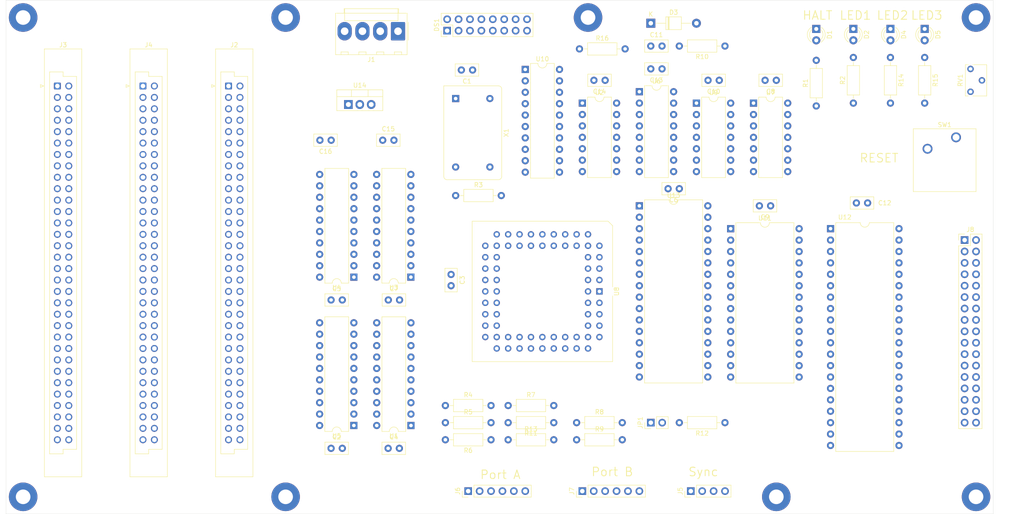
<source format=kicad_pcb>
(kicad_pcb (version 20240108) (generator "pcbnew") (generator_version "8.0")
  (layers (0 "F.Cu" signal) (1 "In1.Cu" signal) (2 "In2.Cu" signal) (31 "B.Cu" signal) (34 "B.Paste" user) (35 "F.Paste" user) (36 "B.SilkS" user "B.Silkscreen") (37 "F.SilkS" user "F.Silkscreen") (38 "B.Mask" user) (39 "F.Mask" user) (44 "Edge.Cuts" user))
  (net 0 "")
  (net 1 "VCC")
  (net 2 "GND")
  (net 3 "Net-(D3-A)")
  (net 4 "Net-(D1-A)")
  (net 5 "Net-(D1-K)")
  (net 6 "Net-(D2-A)")
  (net 7 "Net-(D2-K)")
  (net 8 "Net-(DS1-DB5)")
  (net 9 "Net-(DS1-DB6)")
  (net 10 "Net-(DS1-VO)")
  (net 11 "/RS")
  (net 12 "/EN")
  (net 13 "Net-(DS1-DB4)")
  (net 14 "Net-(DS1-K)")
  (net 15 "Net-(DS1-DB7)")
  (net 18 "Net-(J5-Pin_3)")
  (net 21 "Net-(J6-Pin_2)")
  (net 22 "Net-(J6-Pin_4)")
  (net 29 "/CLK")
  (net 30 "/nRAM")
  (net 31 "/BM1")
  (net 33 "/nM1")
  (net 34 "/nXMEM")
  (net 36 "/BCLK")
  (net 37 "/nDBUF")
  (net 38 "Net-(J5-Pin_1)")
  (net 39 "/A16")
  (net 40 "/A19")
  (net 41 "/BA18")
  (net 42 "/A18")
  (net 43 "/nIORQ")
  (net 44 "/BA17")
  (net 45 "/BA19")
  (net 46 "/BA16")
  (net 47 "Net-(J5-Pin_2)")
  (net 48 "/BWR")
  (net 49 "/nMREQ")
  (net 50 "/nWR")
  (net 51 "/BRD")
  (net 52 "/A17")
  (net 53 "/BIORQ")
  (net 54 "Net-(J7-Pin_5)")
  (net 55 "/BMREQ")
  (net 56 "/nRD")
  (net 57 "/A8")
  (net 58 "/A10")
  (net 59 "/BA15")
  (net 60 "/BA8")
  (net 61 "/A9")
  (net 62 "/A14")
  (net 63 "/A12")
  (net 64 "/BA13")
  (net 65 "/BA11")
  (net 66 "/A11")
  (net 67 "/BA12")
  (net 68 "/A13")
  (net 69 "/A15")
  (net 70 "/BA10")
  (net 71 "/BA9")
  (net 72 "/BA14")
  (net 73 "/BA6")
  (net 74 "/A1")
  (net 75 "/A0")
  (net 76 "/A3")
  (net 77 "/BA0")
  (net 78 "/BA3")
  (net 79 "/A7")
  (net 80 "/BA5")
  (net 81 "/BA2")
  (net 82 "/A6")
  (net 83 "/BA7")
  (net 84 "/BA4")
  (net 85 "/A4")
  (net 86 "/BA1")
  (net 87 "/A5")
  (net 88 "/A2")
  (net 89 "/BD2")
  (net 90 "/D3")
  (net 91 "/BD4")
  (net 92 "/D2")
  (net 93 "/D4")
  (net 94 "/D7")
  (net 95 "/D5")
  (net 96 "/BD5")
  (net 97 "/D0")
  (net 98 "/D6")
  (net 99 "/BD7")
  (net 100 "/BD3")
  (net 101 "/BD1")
  (net 102 "/BD6")
  (net 103 "/BD0")
  (net 104 "/D1")
  (net 105 "Net-(J7-Pin_4)")
  (net 107 "Net-(J7-Pin_3)")
  (net 108 "Net-(J8-Pin_5)")
  (net 109 "/nRESET")
  (net 110 "Net-(J8-Pin_6)")
  (net 111 "Net-(J8-Pin_7)")
  (net 112 "/M1")
  (net 113 "Net-(J8-Pin_2)")
  (net 114 "Net-(J8-Pin_8)")
  (net 115 "Net-(J8-Pin_1)")
  (net 116 "/RESET")
  (net 117 "Net-(J8-Pin_11)")
  (net 118 "/nROM")
  (net 119 "/nGPIO")
  (net 120 "Net-(J8-Pin_16)")
  (net 121 "Net-(U9-Pad3)")
  (net 122 "Net-(J8-Pin_4)")
  (net 123 "/PC0")
  (net 124 "/PC5")
  (net 125 "Net-(J8-Pin_17)")
  (net 126 "Net-(J6-Pin_6)")
  (net 127 "Net-(J6-Pin_5)")
  (net 129 "Net-(J8-Pin_10)")
  (net 130 "/PC2")
  (net 131 "Net-(J8-Pin_14)")
  (net 132 "/PC4")
  (net 133 "Net-(J8-Pin_3)")
  (net 135 "Net-(J8-Pin_15)")
  (net 136 "/PC6")
  (net 138 "Net-(J8-Pin_13)")
  (net 139 "/PC1")
  (net 140 "/PC3")
  (net 141 "/PC7")
  (net 143 "Net-(J8-Pin_12)")
  (net 145 "Net-(U8-EXTAL)")
  (net 146 "Net-(U8-RXA0)")
  (net 153 "Net-(U8-TXA0)")
  (net 154 "Net-(U8-nCTS0)")
  (net 155 "Net-(U8-RXA1)")
  (net 156 "Net-(U8-TXA1)")
  (net 157 "/LED0")
  (net 158 "/LED1")
  (net 161 "Net-(U6B-O1)")
  (net 162 "Net-(U6A-O3)")
  (net 163 "Net-(U6A-O2)")
  (net 164 "/nLCD")
  (net 176 "Net-(D4-K)")
  (net 177 "Net-(D5-K)")
  (net 178 "Net-(J1-Pin_1)")
  (footprint "Capacitor_THT:C_Disc_D5.0mm_W2.5mm_P2.50mm" (layer "F.Cu") (at 157.48 45.72 180)
    (property "Reference" "C14")
    (property "Value" ".01uF")
  )
  (footprint "Capacitor_THT:C_Disc_D5.0mm_W2.5mm_P2.50mm" (layer "F.Cu") (at 96.48 127.635)
    (property "Reference" "C2")
    (property "Value" ".01uF")
  )
  (footprint "Capacitor_THT:C_Disc_D5.0mm_W2.5mm_P2.50mm" (layer "F.Cu") (at 170.14 43.18 180)
    (property "Reference" "C13")
    (property "Value" ".01uF")
  )
  (footprint "Capacitor_THT:C_Disc_D5.0mm_W2.5mm_P2.50mm" (layer "F.Cu") (at 109.22 94.615)
    (property "Reference" "C7")
    (property "Value" ".01uF")
  )
  (footprint "Resistor_THT:R_Axial_DIN0207_L6.3mm_D2.5mm_P10.16mm_Horizontal" (layer "F.Cu") (at 121.92 118.11)
    (property "Reference" "R4")
    (property "Value" "2.2k")
  )
  (footprint "Capacitor_THT:C_Disc_D5.0mm_W2.5mm_P2.50mm" (layer "F.Cu") (at 195.58 45.72 180)
    (property "Reference" "C8")
    (property "Value" ".01uF")
  )
  (footprint "Resistor_THT:R_Axial_DIN0207_L6.3mm_D2.5mm_P10.16mm_Horizontal" (layer "F.Cu") (at 184.15 38.1 180)
    (property "Reference" "R10")
    (property "Value" "100k")
  )
  (footprint "LED_THT:LED_D3.0mm" (layer "F.Cu") (at 228.6 34.285 -90)
    (property "Reference" "D5")
    (property "Value" "LED")
  )
  (footprint "Capacitor_THT:C_Disc_D5.0mm_W2.5mm_P2.50mm" (layer "F.Cu") (at 107.97 59.055)
    (property "Reference" "C15")
    (property "Value" ".01uF")
  )
  (footprint "Package_DIP:DIP-20_W7.62mm" (layer "F.Cu") (at 139.7 43.307)
    (property "Reference" "U10")
    (property "Value" "74LS374")
  )
  (footprint "Connector_PinHeader_2.54mm:PinHeader_1x02_P2.54mm_Vertical" (layer "F.Cu") (at 167.64 121.92 90)
    (property "Reference" "JP1")
    (property "Value" "JPR")
  )
  (footprint "Package_DIP:DIP-20_W7.62mm" (layer "F.Cu") (at 114.26 122.555 180)
    (property "Reference" "U1")
    (property "Value" "74LS244")
  )
  (footprint "Connector_DIN:DIN41612_B_2x32_Female_Vertical_THT" (layer "F.Cu") (at 35.56 46.99)
    (property "Reference" "J3")
    (property "Value" "DIN41612_02x32_AB")
  )
  (footprint "MountingHolesInch:Mtg4-40" (layer "F.Cu") (at 27.94 31.75)
    (property "Reference" "H1" (hide yes))
    (property "Value" "MountingHole")
  )
  (footprint "LED_THT:LED_D3.0mm" (layer "F.Cu") (at 204.47 34.29 -90)
    (property "Reference" "D1")
    (property "Value" "LED")
  )
  (footprint "Button_Switch_Keyboard:SW_Cherry_MX_1.00u_PCB" (layer "F.Cu") (at 235.585 58.42)
    (property "Reference" "SW1")
    (property "Value" "SW_Push")
  )
  (footprint "Capacitor_THT:C_Disc_D5.0mm_W2.5mm_P2.50mm" (layer "F.Cu") (at 215.9 73.025 180)
    (property "Reference" "C12")
    (property "Value" ".01uF")
  )
  (footprint "Resistor_THT:R_Axial_DIN0207_L6.3mm_D2.5mm_P10.16mm_Horizontal" (layer "F.Cu") (at 151.13 125.73)
    (property "Reference" "R9")
    (property "Value" "2.2k")
  )
  (footprint "Capacitor_THT:C_Disc_D5.0mm_W2.5mm_P2.50mm" (layer "F.Cu") (at 173.99 69.85 180)
    (property "Reference" "C6")
    (property "Value" ".01uF")
  )
  (footprint "MountingHolesInch:Mtg4-40" (layer "F.Cu") (at 86.36 31.75)
    (property "Reference" "H6" (hide yes))
    (property "Value" "MountingHole")
  )
  (footprint "MountingHolesInch:Mtg4-40" (layer "F.Cu") (at 240.03 138.43)
    (property "Reference" "H4" (hide yes))
    (property "Value" "MountingHole")
  )
  (footprint "LED_THT:LED_D3.0mm" (layer "F.Cu") (at 212.725 34.285 -90)
    (property "Reference" "D2")
    (property "Value" "LED")
  )
  (footprint "Connector_PinHeader_2.54mm:PinHeader_2x08_P2.54mm_Vertical" (layer "F.Cu") (at 122.316 34.676 90)
    (property "Reference" "DS1")
    (property "Value" "RC1602A")
  )
  (footprint "Connector_PinHeader_2.54mm:PinHeader_1x04_P2.54mm_Vertical" (layer "F.Cu") (at 176.54 137.16 90)
    (property "Reference" "J5")
    (property "Value" "Conn_01x04")
  )
  (footprint "Connector_DIN:DIN41612_B_2x32_Female_Vertical_THT" (layer "F.Cu") (at 73.66 46.99)
    (property "Reference" "J2")
    (property "Value" "DIN41612_02x32_AB")
  )
  (footprint "Capacitor_THT:C_Disc_D5.0mm_W2.5mm_P2.50mm" (layer "F.Cu") (at 127.976 43.434 180)
    (property "Reference" "C1")
    (property "Value" ".01uF")
  )
  (footprint "Package_DIP:DIP-28_W15.24mm" (layer "F.Cu") (at 185.415 78.75)
    (property "Reference" "U11")
    (property "Value" "28C256")
  )
  (footprint "Package_DIP:DIP-20_W7.62mm" (layer "F.Cu") (at 101.56 89.535 180)
    (property "Reference" "U4")
    (property "Value" "74LS244")
  )
  (footprint "MountingHolesInch:Mtg4-40" (layer "F.Cu") (at 27.94 138.43)
    (property "Reference" "H2" (hide yes))
    (property "Value" "MountingHole")
  )
  (footprint "Package_DIP:DIP-14_W7.62mm" (layer "F.Cu") (at 152.41 50.795)
    (property "Reference" "U2")
    (property "Value" "74AHC32")
  )
  (footprint "Connector_Molex:Molex_KK-396_A-41791-0004_1x04_P3.96mm_Vertical" (layer "F.Cu") (at 111.379 34.798 180)
    (property "Reference" "J1")
    (property "Value" "Conn_01x04")
  )
  (footprint "MountingHolesInch:Mtg4-40" (layer "F.Cu") (at 153.67 31.75)
    (property "Reference" "H7" (hide yes))
    (property "Value" "MountingHole")
  )
  (footprint "Capacitor_THT:C_Disc_D5.0mm_W2.5mm_P2.50mm" (layer "F.Cu") (at 194.31 73.66 180)
    (property "Reference" "C9")
    (property "Value" ".01uF")
  )
  (footprint "Resistor_THT:R_Axial_DIN0207_L6.3mm_D2.5mm_P10.16mm_Horizontal" (layer "F.Cu") (at 204.47 51.435 90)
    (property "Reference" "R1")
    (property "Value" "1k")
  )
  (footprint "MountingHolesInch:Mtg4-40" (layer "F.Cu") (at 86.36 138.43)
    (property "Reference" "H5" (hide yes))
    (property "Value" "MountingHole")
  )
  (footprint "Resistor_THT:R_Axial_DIN0207_L6.3mm_D2.5mm_P10.16mm_Horizontal" (layer "F.Cu") (at 212.725 50.8 90)
    (property "Reference" "R2")
    (property "Value" "1k")
  )
  (footprint "MountingHolesInch:Mtg4-40" (layer "F.Cu") (at 240.03 31.75)
    (property "Reference" "H3" (hide yes))
    (property "Value" "MountingHole")
  )
  (footprint "Connector_PinHeader_2.54mm:PinHeader_1x06_P2.54mm_Vertical" (layer "F.Cu") (at 127 137.16 90)
    (property "Reference" "J6")
    (property "Value" "Conn_01x06")
  )
  (footprint "Capacitor_THT:C_Disc_D5.0mm_W2.5mm_P2.50mm" (layer "F.Cu") (at 96.5 59.055 180)
    (property "Reference" "C16")
    (property "Value" ".01uF")
  )
  (footprint "Potentiometer_THT:Potentiometer_Bourns_3266W_Vertical" (layer "F.Cu") (at 238.805 43.195 90)
    (property "Reference" "RV1")
    (property "Value" "10k")
  )
  (footprint "Package_LCC:PLCC-68_THT-Socket" (layer "F.Cu") (at 156.21 92.71 -90)
    (property "Reference" "U8")
    (property "Value" "Z180")
  )
  (footprint "Capacitor_THT:C_Disc_D5.0mm_W2.5mm_P2.50mm" (layer "F.Cu") (at 182.88 45.72 180)
    (property "Reference" "C10")
    (property "Value" ".01uF")
  )
  (footprint "Resistor_THT:R_Axial_DIN0207_L6.3mm_D2.5mm_P10.16mm_Horizontal" (layer "F.Cu") (at 184.15 121.92 180)
    (property "Reference" "R12")
    (property "Value" "100k")
  )
  (footprint "Package_DIP:DIP-32_W15.24mm" (layer "F.Cu") (at 165.095 73.66)
    (property "Reference" "U13")
    (property "Value" "AS6C4008-55PCN")
  )
  (footprint "Connector_DIN:DIN41612_B_2x32_Female_Vertical_THT" (layer "F.Cu") (at 54.61 46.99)
    (property "Reference" "J4")
    (property "Value" "DIN41612_02x32_AB")
  )
  (footprint "Diode_THT:D_T-1_P10.16mm_Horizontal" (layer "F.Cu") (at 167.64 33.02)
    (property "Reference" "D3")
    (property "Value" "D")
  )
  (footprint "Package_DIP:DIP-20_W7.62mm" (layer "F.Cu") (at 114.24 89.53 180)
    (property "Reference" "U3")
    (property "Value" "74LS244")
  )
  (footprint "Package_DIP:DIP-40_W15.24mm" (layer "F.Cu") (at 207.645 78.74)
    (property "Reference" "U12")
    (property "Value" "8255A")
  )
  (footprint "Capacitor_THT:C_Disc_D5.0mm_W2.5mm_P2.50mm" (layer "F.Cu") (at 167.64 38.1)
    (property "Reference" "C11")
    (property "Value" "1uF")
  )
  (footprint "Resistor_THT:R_Axial_DIN0207_L6.3mm_D2.5mm_P10.16mm_Horizontal" (layer "F.Cu") (at 135.89 118.11)
    (property "Reference" "R7")
    (property "Value" "2.2k")
  )
  (footprint "MountingHolesInch:Mtg4-40" (layer "F.Cu") (at 195.58 138.43)
    (property "Reference" "H8" (hide yes))
    (property "Value" "MountingHole")
  )
  (footprint "Package_DIP:DIP-14_W7.62mm" (layer "F.Cu") (at 190.5 50.8)
    (property "Reference" "U7")
    (property "Value" "74HC04")
  )
  (footprint "Capacitor_THT:C_Disc_D5.0mm_W2.5mm_P2.50mm" (layer "F.Cu") (at 96.48 94.615)
    (property "Reference" "C5")
    (property "Value" ".01uF")
  )
  (footprint "Resistor_THT:R_Axial_DIN0207_L6.3mm_D2.5mm_P10.16mm_Horizontal" (layer "F.Cu") (at 151.13 121.92)
    (property "Reference" "R8")
    (property "Value" "2.2k")
  )
  (footprint "Package_DIP:DIP-16_W7.62mm" (layer "F.Cu") (at 165.1 48.26)
    (property "Reference" "U6")
    (property "Value" "74LS139")
  )
  (footprint "Resistor_THT:R_Axial_DIN0207_L6.3mm_D2.5mm_P10.16mm_Horizontal" (layer "F.Cu") (at 121.92 121.92)
    (property "Reference" "R5")
    (property "Value" "2.2k")
  )
  (footprint "Connector_PinHeader_2.54mm:PinHeader_1x06_P2.54mm_Vertical" (layer "F.Cu") (at 152.4 137.16 90)
    (property "Reference" "J7")
    (property "Value" "Conn_01x06")
  )
  (footprint "Package_DIP:DIP-14_W7.62mm" (layer "F.Cu") (at 177.8 50.8)
    (property "Reference" "U9")
    (property "Value" "74HC14")
  )
  (footprint "Resistor_THT:R_Axial_DIN0207_L6.3mm_D2.5mm_P10.16mm_Horizontal" (layer "F.Cu") (at 228.6 40.64 -90)
    (property "Reference" "R15")
    (property "Value" "1k")
  )
  (footprint "Capacitor_THT:C_Disc_D5.0mm_W2.5mm_P2.50mm" (layer "F.Cu") (at 109.18 127.635)
    (property "Reference" "C4")
    (property "Value" ".01uF")
  )
  (footprint "Resistor_THT:R_Axial_DIN0207_L6.3mm_D2.5mm_P10.16mm_Horizontal" (layer "F.Cu") (at 146.05 121.92 180)
    (property "Reference" "R11")
    (property "Value" "100k")
  )
  (footprint "Resistor_THT:R_Axial_DIN0207_L6.3mm_D2.5mm_P10.16mm_Horizontal" (layer "F.Cu") (at 132.08 125.73 180)
    (property "Reference" "R6")
    (property "Value" "2.2k")
  )
  (footprint "LED_THT:LED_D3.0mm" (layer "F.Cu") (at 220.98 34.285 -90)
    (property "Reference" "D4")
    (property "Value" "LED")
  )
  (footprint "Package_DIP:DIP-20_W7.62mm" (layer "F.Cu") (at 101.55 122.55 180)
    (property "Reference" "U5")
    (property "Value" "74LS245")
  )
  (footprint "Connector_PinHeader_2.54mm:PinHeader_2x17_P2.54mm_Vertical" (layer "F.Cu") (at 237.49 81.28)
    (property "Reference" "J8")
    (property "Value" "Conn_02x17_Counter_Clockwise")
  )
  (footprint "Oscillator:Oscillator_DIP-14" (layer "F.Cu") (at 124.206 49.784 -90)
    (property "Reference" "X1")
    (property "Value" "ACO-xxxMHz-A")
  )
  (footprint "Resistor_THT:R_Axial_DIN0207_L6.3mm_D2.5mm_P10.16mm_Horizontal" (layer "F.Cu") (at 124.206 71.374)
    (property "Reference" "R3")
    (property "Value" "4.7k")
  )
  (footprint "Resistor_THT:R_Axial_DIN0207_L6.3mm_D2.5mm_P10.16mm_Horizontal" (layer "F.Cu") (at 135.89 125.73)
    (property "Reference" "R13")
    (property "Value" "100k")
  )
  (footprint "Resistor_THT:R_Axial_DIN0207_L6.3mm_D2.5mm_P10.16mm_Horizontal" (layer "F.Cu") (at 151.765 38.735)
    (property "Reference" "R16")
    (property "Value" "470")
  )
  (footprint "Resistor_THT:R_Axial_DIN0207_L6.3mm_D2.5mm_P10.16mm_Horizontal" (layer "F.Cu") (at 220.98 40.64 -90)
    (property "Reference" "R14")
    (property "Value" "1k")
  )
  (footprint "Package_TO_SOT_THT:TO-220-3_Vertical" (layer "F.Cu") (at 100.33 51.11)
    (property "Reference" "U14")
    (property "Value" "LM7805_TO220")
  )
  (footprint "Capacitor_THT:C_Disc_D5.0mm_W2.5mm_P2.50mm" (layer "F.Cu") (at 123.19 88.94 -90)
    (property "Reference" "C3")
    (property "Value" ".01uF")
  )
  (gr_line (start 24.13 142.24) (end 24.13 27.94) (stroke (width 0.05)) (layer "Edge.Cuts"))
  (gr_line (start 243.84 142.24) (end 24.13 142.24) (stroke (width 0.05)) (layer "Edge.Cuts"))
  (gr_line (start 243.84 27.94) (end 243.84 142.24) (stroke (width 0.05)) (layer "Edge.Cuts"))
  (gr_line (start 24.13 27.94) (end 243.84 27.94) (stroke (width 0.05)) (layer "Edge.Cuts"))
  (gr_text "RESET" (at 213.995 64.135 0) (layer "F.SilkS") (effects (font (size 1.905 1.905) (thickness 0.2032)) (justify left bottom)))
  (gr_text "LED1" (at 209.55 32.385 0) (layer "F.SilkS") (effects (font (size 1.905 1.905) (thickness 0.2032)) (justify left bottom)))
  (gr_text "HALT" (at 201.295 32.385 0) (layer "F.SilkS") (effects (font (size 1.905 1.905) (thickness 0.2032)) (justify left bottom)))
  (gr_text "LED3" (at 225.425 32.385 0) (layer "F.SilkS") (effects (font (size 1.905 1.905) (thickness 0.2032)) (justify left bottom)))
  (gr_text "Port A" (at 129.54 134.62 0) (layer "F.SilkS") (effects (font (size 1.905 1.905) (thickness 0.2032)) (justify left bottom)))
  (gr_text "Port B" (at 154.305 133.985 0) (layer "F.SilkS") (effects (font (size 1.905 1.905) (thickness 0.2032)) (justify left bottom)))
  (gr_text "LED2" (at 217.805 32.385 0) (layer "F.SilkS") (effects (font (size 1.905 1.905) (thickness 0.2032)) (justify left bottom)))
  (gr_text "Sync" (at 175.895 133.985 0) (layer "F.SilkS") (effects (font (size 1.905 1.905) (thickness 0.2032)) (justify left bottom)))
)
</source>
